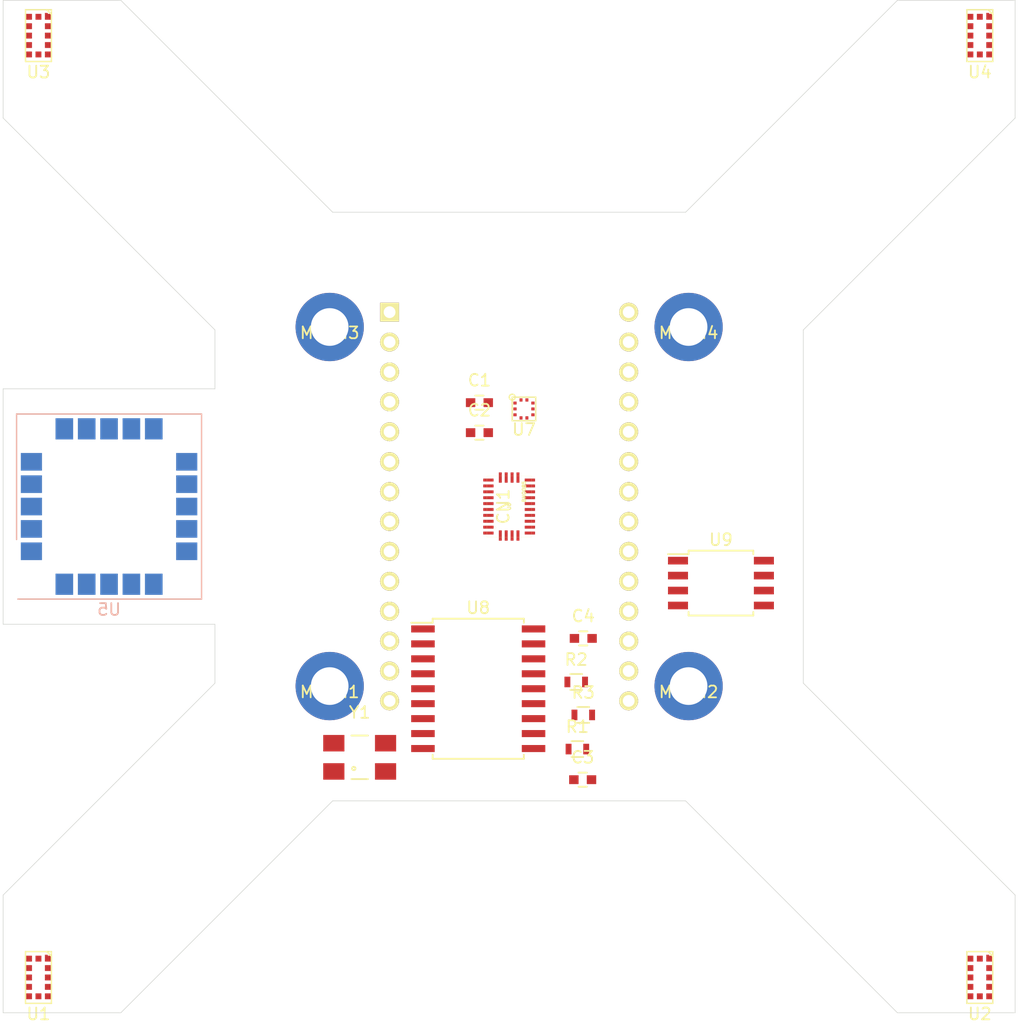
<source format=kicad_pcb>
(kicad_pcb (version 20171130) (host pcbnew 5.1.6-c6e7f7d~86~ubuntu18.04.1)

  (general
    (thickness 1.6)
    (drawings 24)
    (tracks 0)
    (zones 0)
    (modules 22)
    (nets 18)
  )

  (page A4)
  (title_block
    (title VidorCameraAdapter)
    (date 2020-02-05)
    (rev 0.1)
    (company 107-systems)
  )

  (layers
    (0 F.Cu signal)
    (31 B.Cu signal)
    (32 B.Adhes user)
    (33 F.Adhes user)
    (34 B.Paste user)
    (35 F.Paste user)
    (36 B.SilkS user)
    (37 F.SilkS user)
    (38 B.Mask user)
    (39 F.Mask user)
    (40 Dwgs.User user)
    (41 Cmts.User user)
    (42 Eco1.User user)
    (43 Eco2.User user)
    (44 Edge.Cuts user)
    (45 Margin user)
    (46 B.CrtYd user)
    (47 F.CrtYd user)
    (48 B.Fab user)
    (49 F.Fab user)
  )

  (setup
    (last_trace_width 0.2)
    (user_trace_width 0.5)
    (user_trace_width 1)
    (trace_clearance 0.2)
    (zone_clearance 0.508)
    (zone_45_only no)
    (trace_min 0.2)
    (via_size 0.8)
    (via_drill 0.4)
    (via_min_size 0.4)
    (via_min_drill 0.3)
    (uvia_size 0.3)
    (uvia_drill 0.1)
    (uvias_allowed no)
    (uvia_min_size 0.2)
    (uvia_min_drill 0.1)
    (edge_width 0.05)
    (segment_width 0.2)
    (pcb_text_width 0.3)
    (pcb_text_size 1.5 1.5)
    (mod_edge_width 0.12)
    (mod_text_size 1 1)
    (mod_text_width 0.15)
    (pad_size 1.524 1.524)
    (pad_drill 0.762)
    (pad_to_mask_clearance 0.051)
    (solder_mask_min_width 0.25)
    (aux_axis_origin 0 0)
    (grid_origin 128 87)
    (visible_elements FFFDFF7F)
    (pcbplotparams
      (layerselection 0x010fc_ffffffff)
      (usegerberextensions false)
      (usegerberattributes false)
      (usegerberadvancedattributes false)
      (creategerberjobfile false)
      (excludeedgelayer true)
      (linewidth 0.100000)
      (plotframeref false)
      (viasonmask false)
      (mode 1)
      (useauxorigin false)
      (hpglpennumber 1)
      (hpglpenspeed 20)
      (hpglpendiameter 15.000000)
      (psnegative false)
      (psa4output false)
      (plotreference true)
      (plotvalue true)
      (plotinvisibletext false)
      (padsonsilk false)
      (subtractmaskfromsilk false)
      (outputformat 1)
      (mirror false)
      (drillshape 1)
      (scaleselection 1)
      (outputdirectory ""))
  )

  (net 0 "")
  (net 1 +3V3)
  (net 2 GND)
  (net 3 I2C_SDA)
  (net 4 I2C_SCL)
  (net 5 "/ToF sensors/XSHUT")
  (net 6 SER_RX)
  (net 7 SER_TX)
  (net 8 MCP2515_CS)
  (net 9 MCP2515_INT)
  (net 10 MOSI)
  (net 11 SCK)
  (net 12 MISO)
  (net 13 "Net-(R3-Pad2)")
  (net 14 /MCP2515/TXCAN)
  (net 15 /MCP2515/RXCAN)
  (net 16 "Net-(U8-Pad7)")
  (net 17 "Net-(U8-Pad8)")

  (net_class Default "This is the default net class."
    (clearance 0.2)
    (trace_width 0.2)
    (via_dia 0.8)
    (via_drill 0.4)
    (uvia_dia 0.3)
    (uvia_drill 0.1)
    (add_net +3V3)
    (add_net /MCP2515/RXCAN)
    (add_net /MCP2515/TXCAN)
    (add_net "/ToF sensors/XSHUT")
    (add_net GND)
    (add_net I2C_SCL)
    (add_net I2C_SDA)
    (add_net MCP2515_CS)
    (add_net MCP2515_INT)
    (add_net MISO)
    (add_net MOSI)
    (add_net "Net-(R3-Pad2)")
    (add_net "Net-(U8-Pad7)")
    (add_net "Net-(U8-Pad8)")
    (add_net SCK)
    (add_net SER_RX)
    (add_net SER_TX)
  )

  (module LGA:LGA-28-5832 (layer F.Cu) (tedit 54FDFE1B) (tstamp 5E859C88)
    (at 128 87 90)
    (path /5E85D0D5/5E85E05C)
    (fp_text reference U6 (at 0 0 90) (layer F.SilkS)
      (effects (font (size 0.3 0.3) (thickness 0.075)))
    )
    (fp_text value BNO085 (at 1.27 1.27 90) (layer F.SilkS)
      (effects (font (size 0.3 0.3) (thickness 0.075)))
    )
    (fp_circle (center -1.8 -1.2) (end -1.8 -1.1) (layer F.SilkS) (width 0.01))
    (fp_line (start -2.6 -1.9) (end 2.6 -1.9) (layer F.SilkS) (width 0.01))
    (fp_line (start 2.6 -1.9) (end 2.6 1.9) (layer F.SilkS) (width 0.01))
    (fp_line (start 2.6 1.9) (end -2.6 1.9) (layer F.SilkS) (width 0.01))
    (fp_line (start -2.6 1.9) (end -2.6 -1.9) (layer F.SilkS) (width 0.01))
    (pad 28 smd rect (at -1.75 -1.7625 90) (size 0.25 0.875) (layers F.Cu F.Paste F.Mask)
      (net 1 +3V3))
    (pad 27 smd rect (at -1.25 -1.7625 90) (size 0.25 0.875) (layers F.Cu F.Paste F.Mask))
    (pad 26 smd rect (at -0.75 -1.7625 90) (size 0.25 0.875) (layers F.Cu F.Paste F.Mask))
    (pad 25 smd rect (at -0.25 -1.7625 90) (size 0.25 0.875) (layers F.Cu F.Paste F.Mask)
      (net 2 GND))
    (pad 24 smd rect (at 0.25 -1.7625 90) (size 0.25 0.875) (layers F.Cu F.Paste F.Mask))
    (pad 23 smd rect (at 0.75 -1.7625 90) (size 0.25 0.875) (layers F.Cu F.Paste F.Mask))
    (pad 22 smd rect (at 1.25 -1.7625 90) (size 0.25 0.875) (layers F.Cu F.Paste F.Mask))
    (pad 21 smd rect (at 1.75 -1.7625 90) (size 0.25 0.875) (layers F.Cu F.Paste F.Mask))
    (pad 20 smd rect (at 2.25 -1.7625 90) (size 0.25 0.875) (layers F.Cu F.Paste F.Mask))
    (pad 19 smd rect (at 2.4625 -0.75 90) (size 0.875 0.25) (layers F.Cu F.Paste F.Mask))
    (pad 18 smd rect (at 2.4625 -0.25 90) (size 0.875 0.25) (layers F.Cu F.Paste F.Mask))
    (pad 17 smd rect (at 2.4625 0.25 90) (size 0.875 0.25) (layers F.Cu F.Paste F.Mask))
    (pad 16 smd rect (at 2.4625 0.75 90) (size 0.875 0.25) (layers F.Cu F.Paste F.Mask)
      (net 3 I2C_SDA))
    (pad 15 smd rect (at 2.25 1.7625 90) (size 0.25 0.875) (layers F.Cu F.Paste F.Mask)
      (net 4 I2C_SCL))
    (pad 14 smd rect (at 1.75 1.7625 90) (size 0.25 0.875) (layers F.Cu F.Paste F.Mask))
    (pad 13 smd rect (at 1.25 1.7625 90) (size 0.25 0.875) (layers F.Cu F.Paste F.Mask))
    (pad 12 smd rect (at 0.75 1.7625 90) (size 0.25 0.875) (layers F.Cu F.Paste F.Mask))
    (pad 11 smd rect (at 0.25 1.7625 90) (size 0.25 0.875) (layers F.Cu F.Paste F.Mask))
    (pad 10 smd rect (at -0.25 1.7625 90) (size 0.25 0.875) (layers F.Cu F.Paste F.Mask))
    (pad 9 smd rect (at -0.75 1.7625 90) (size 0.25 0.875) (layers F.Cu F.Paste F.Mask))
    (pad 8 smd rect (at -1.25 1.7625 90) (size 0.25 0.875) (layers F.Cu F.Paste F.Mask))
    (pad 7 smd rect (at -1.75 1.7625 90) (size 0.25 0.875) (layers F.Cu F.Paste F.Mask))
    (pad 6 smd rect (at -2.25 1.7625 90) (size 0.25 0.875) (layers F.Cu F.Paste F.Mask))
    (pad 5 smd rect (at -2.4625 0.75 90) (size 0.875 0.25) (layers F.Cu F.Paste F.Mask))
    (pad 4 smd rect (at -2.4625 0.25 90) (size 0.875 0.25) (layers F.Cu F.Paste F.Mask))
    (pad 3 smd rect (at -2.4625 -0.25 90) (size 0.875 0.25) (layers F.Cu F.Paste F.Mask)
      (net 1 +3V3))
    (pad 2 smd rect (at -2.4625 -0.75 90) (size 0.875 0.25) (layers F.Cu F.Paste F.Mask)
      (net 2 GND))
    (pad 1 smd rect (at -2.25 -1.7625 90) (size 0.25 0.875) (layers F.Cu F.Paste F.Mask))
  )

  (module MECH_mounting_holes:MHP_3.2_5.8 (layer F.Cu) (tedit 5E383AC6) (tstamp 5E8595F3)
    (at 112.75 102.25)
    (descr "Mounting hole plated, 3.2mm drill, 5.8mm diameter")
    (tags "Mounting hole plated, 3.2mm drill, 5.8mm diameter")
    (path /5E401602)
    (fp_text reference MECH1 (at 0 0.5) (layer F.SilkS)
      (effects (font (size 1 1) (thickness 0.15)))
    )
    (fp_text value MHP_3.2_5.8 (at 0 -0.5) (layer F.Fab)
      (effects (font (size 1 1) (thickness 0.15)))
    )
    (pad 1 thru_hole circle (at 0 0) (size 5.8 5.8) (drill 3.2) (layers *.Cu *.Mask))
  )

  (module MECH_mounting_holes:MHP_3.2_5.8 (layer F.Cu) (tedit 5E383AC6) (tstamp 5E8595F8)
    (at 143.25 102.25)
    (descr "Mounting hole plated, 3.2mm drill, 5.8mm diameter")
    (tags "Mounting hole plated, 3.2mm drill, 5.8mm diameter")
    (path /5E401D77)
    (fp_text reference MECH2 (at 0 0.5) (layer F.SilkS)
      (effects (font (size 1 1) (thickness 0.15)))
    )
    (fp_text value MHP_3.2_5.8 (at 0 -0.5) (layer F.Fab)
      (effects (font (size 1 1) (thickness 0.15)))
    )
    (pad 1 thru_hole circle (at 0 0) (size 5.8 5.8) (drill 3.2) (layers *.Cu *.Mask))
  )

  (module MECH_mounting_holes:MHP_3.2_5.8 (layer F.Cu) (tedit 5E383AC6) (tstamp 5E8595FD)
    (at 112.75 71.75)
    (descr "Mounting hole plated, 3.2mm drill, 5.8mm diameter")
    (tags "Mounting hole plated, 3.2mm drill, 5.8mm diameter")
    (path /5E402150)
    (fp_text reference MECH3 (at 0 0.5) (layer F.SilkS)
      (effects (font (size 1 1) (thickness 0.15)))
    )
    (fp_text value MHP_3.2_5.8 (at 0 -0.5) (layer F.Fab)
      (effects (font (size 1 1) (thickness 0.15)))
    )
    (pad 1 thru_hole circle (at 0 0) (size 5.8 5.8) (drill 3.2) (layers *.Cu *.Mask))
  )

  (module MECH_mounting_holes:MHP_3.2_5.8 (layer F.Cu) (tedit 5E383AC6) (tstamp 5E859770)
    (at 143.25 71.75)
    (descr "Mounting hole plated, 3.2mm drill, 5.8mm diameter")
    (tags "Mounting hole plated, 3.2mm drill, 5.8mm diameter")
    (path /5E86FE97)
    (fp_text reference MECH4 (at 0 0.5) (layer F.SilkS)
      (effects (font (size 1 1) (thickness 0.15)))
    )
    (fp_text value MHP_3.2_5.8 (at 0 -0.5) (layer F.Fab)
      (effects (font (size 1 1) (thickness 0.15)))
    )
    (pad 1 thru_hole circle (at 0 0) (size 5.8 5.8) (drill 3.2) (layers *.Cu *.Mask))
  )

  (module IC_sensor:VL53L0X (layer F.Cu) (tedit 5E321F88) (tstamp 5E859618)
    (at 88 127)
    (descr "Time-of-Flight (ToF) ranging sensor ")
    (tags "Time-of-Flight (ToF) ranging sensor ")
    (path /5E8741B1/5E875030)
    (fp_text reference U1 (at 0 3.1) (layer F.SilkS)
      (effects (font (size 1 1) (thickness 0.15)))
    )
    (fp_text value VL53L0X (at 0 -0.5) (layer F.Fab)
      (effects (font (size 1 1) (thickness 0.15)))
    )
    (fp_line (start -1.1 -2.2) (end 1.1 -2.2) (layer F.SilkS) (width 0.12))
    (fp_line (start 1.1 -2.2) (end 1.1 2.2) (layer F.SilkS) (width 0.12))
    (fp_line (start 1.1 2.2) (end -1.1 2.2) (layer F.SilkS) (width 0.12))
    (fp_line (start -1.1 2.2) (end -1.1 -2.2) (layer F.SilkS) (width 0.12))
    (fp_line (start 1.1 -1.8) (end 0.7 -2.2) (layer F.SilkS) (width 0.12))
    (pad 1 smd rect (at 0.67 -1.89) (size 0.25 0.08) (layers F.Cu F.Paste F.Mask)
      (net 1 +3V3))
    (pad 12 smd rect (at 0 -1.6) (size 0.5 0.5) (layers F.Cu F.Paste F.Mask)
      (net 2 GND))
    (pad 11 smd rect (at -0.8 -1.6) (size 0.5 0.5) (layers F.Cu F.Paste F.Mask)
      (net 1 +3V3))
    (pad 10 smd rect (at -0.8 -0.8) (size 0.5 0.5) (layers F.Cu F.Paste F.Mask)
      (net 4 I2C_SCL))
    (pad 9 smd rect (at -0.8 0) (size 0.5 0.5) (layers F.Cu F.Paste F.Mask)
      (net 3 I2C_SDA))
    (pad 8 smd rect (at -0.8 0.8) (size 0.5 0.5) (layers F.Cu F.Paste F.Mask))
    (pad 7 smd rect (at -0.8 1.6) (size 0.5 0.5) (layers F.Cu F.Paste F.Mask))
    (pad 6 smd rect (at 0 1.6) (size 0.5 0.5) (layers F.Cu F.Paste F.Mask)
      (net 2 GND))
    (pad 5 smd rect (at 0.8 1.6) (size 0.5 0.5) (layers F.Cu F.Paste F.Mask)
      (net 5 "/ToF sensors/XSHUT"))
    (pad 4 smd rect (at 0.8 0.8) (size 0.5 0.5) (layers F.Cu F.Paste F.Mask)
      (net 2 GND))
    (pad 3 smd rect (at 0.8 0) (size 0.5 0.5) (layers F.Cu F.Paste F.Mask)
      (net 2 GND))
    (pad 2 smd rect (at 0.8 -0.8) (size 0.5 0.5) (layers F.Cu F.Paste F.Mask)
      (net 2 GND))
    (pad 1 smd rect (at 0.8 -1.6) (size 0.5 0.5) (layers F.Cu F.Paste F.Mask)
      (net 1 +3V3))
    (model ${KISYS3DMOD}/IC_sensor/VL53L0X.step
      (offset (xyz 0 0 0.37))
      (scale (xyz 1 1 1))
      (rotate (xyz 0 0 -90))
    )
  )

  (module IC_sensor:VL53L0X (layer F.Cu) (tedit 5E321F88) (tstamp 5E85962E)
    (at 168 127)
    (descr "Time-of-Flight (ToF) ranging sensor ")
    (tags "Time-of-Flight (ToF) ranging sensor ")
    (path /5E8741B1/5E877D9C)
    (fp_text reference U2 (at 0 3.1) (layer F.SilkS)
      (effects (font (size 1 1) (thickness 0.15)))
    )
    (fp_text value VL53L0X (at 0 -0.5) (layer F.Fab)
      (effects (font (size 1 1) (thickness 0.15)))
    )
    (fp_line (start -1.1 -2.2) (end 1.1 -2.2) (layer F.SilkS) (width 0.12))
    (fp_line (start 1.1 -2.2) (end 1.1 2.2) (layer F.SilkS) (width 0.12))
    (fp_line (start 1.1 2.2) (end -1.1 2.2) (layer F.SilkS) (width 0.12))
    (fp_line (start -1.1 2.2) (end -1.1 -2.2) (layer F.SilkS) (width 0.12))
    (fp_line (start 1.1 -1.8) (end 0.7 -2.2) (layer F.SilkS) (width 0.12))
    (pad 1 smd rect (at 0.67 -1.89) (size 0.25 0.08) (layers F.Cu F.Paste F.Mask)
      (net 1 +3V3))
    (pad 12 smd rect (at 0 -1.6) (size 0.5 0.5) (layers F.Cu F.Paste F.Mask)
      (net 2 GND))
    (pad 11 smd rect (at -0.8 -1.6) (size 0.5 0.5) (layers F.Cu F.Paste F.Mask)
      (net 1 +3V3))
    (pad 10 smd rect (at -0.8 -0.8) (size 0.5 0.5) (layers F.Cu F.Paste F.Mask)
      (net 4 I2C_SCL))
    (pad 9 smd rect (at -0.8 0) (size 0.5 0.5) (layers F.Cu F.Paste F.Mask)
      (net 3 I2C_SDA))
    (pad 8 smd rect (at -0.8 0.8) (size 0.5 0.5) (layers F.Cu F.Paste F.Mask))
    (pad 7 smd rect (at -0.8 1.6) (size 0.5 0.5) (layers F.Cu F.Paste F.Mask))
    (pad 6 smd rect (at 0 1.6) (size 0.5 0.5) (layers F.Cu F.Paste F.Mask)
      (net 2 GND))
    (pad 5 smd rect (at 0.8 1.6) (size 0.5 0.5) (layers F.Cu F.Paste F.Mask)
      (net 5 "/ToF sensors/XSHUT"))
    (pad 4 smd rect (at 0.8 0.8) (size 0.5 0.5) (layers F.Cu F.Paste F.Mask)
      (net 2 GND))
    (pad 3 smd rect (at 0.8 0) (size 0.5 0.5) (layers F.Cu F.Paste F.Mask)
      (net 2 GND))
    (pad 2 smd rect (at 0.8 -0.8) (size 0.5 0.5) (layers F.Cu F.Paste F.Mask)
      (net 2 GND))
    (pad 1 smd rect (at 0.8 -1.6) (size 0.5 0.5) (layers F.Cu F.Paste F.Mask)
      (net 1 +3V3))
    (model ${KISYS3DMOD}/IC_sensor/VL53L0X.step
      (offset (xyz 0 0 0.37))
      (scale (xyz 1 1 1))
      (rotate (xyz 0 0 -90))
    )
  )

  (module IC_sensor:VL53L0X (layer F.Cu) (tedit 5E321F88) (tstamp 5E859644)
    (at 88 47)
    (descr "Time-of-Flight (ToF) ranging sensor ")
    (tags "Time-of-Flight (ToF) ranging sensor ")
    (path /5E8741B1/5E87B581)
    (fp_text reference U3 (at 0 3.1) (layer F.SilkS)
      (effects (font (size 1 1) (thickness 0.15)))
    )
    (fp_text value VL53L0X (at 0 -0.5) (layer F.Fab)
      (effects (font (size 1 1) (thickness 0.15)))
    )
    (fp_line (start -1.1 -2.2) (end 1.1 -2.2) (layer F.SilkS) (width 0.12))
    (fp_line (start 1.1 -2.2) (end 1.1 2.2) (layer F.SilkS) (width 0.12))
    (fp_line (start 1.1 2.2) (end -1.1 2.2) (layer F.SilkS) (width 0.12))
    (fp_line (start -1.1 2.2) (end -1.1 -2.2) (layer F.SilkS) (width 0.12))
    (fp_line (start 1.1 -1.8) (end 0.7 -2.2) (layer F.SilkS) (width 0.12))
    (pad 1 smd rect (at 0.67 -1.89) (size 0.25 0.08) (layers F.Cu F.Paste F.Mask)
      (net 1 +3V3))
    (pad 12 smd rect (at 0 -1.6) (size 0.5 0.5) (layers F.Cu F.Paste F.Mask)
      (net 2 GND))
    (pad 11 smd rect (at -0.8 -1.6) (size 0.5 0.5) (layers F.Cu F.Paste F.Mask)
      (net 1 +3V3))
    (pad 10 smd rect (at -0.8 -0.8) (size 0.5 0.5) (layers F.Cu F.Paste F.Mask)
      (net 4 I2C_SCL))
    (pad 9 smd rect (at -0.8 0) (size 0.5 0.5) (layers F.Cu F.Paste F.Mask)
      (net 3 I2C_SDA))
    (pad 8 smd rect (at -0.8 0.8) (size 0.5 0.5) (layers F.Cu F.Paste F.Mask))
    (pad 7 smd rect (at -0.8 1.6) (size 0.5 0.5) (layers F.Cu F.Paste F.Mask))
    (pad 6 smd rect (at 0 1.6) (size 0.5 0.5) (layers F.Cu F.Paste F.Mask)
      (net 2 GND))
    (pad 5 smd rect (at 0.8 1.6) (size 0.5 0.5) (layers F.Cu F.Paste F.Mask)
      (net 5 "/ToF sensors/XSHUT"))
    (pad 4 smd rect (at 0.8 0.8) (size 0.5 0.5) (layers F.Cu F.Paste F.Mask)
      (net 2 GND))
    (pad 3 smd rect (at 0.8 0) (size 0.5 0.5) (layers F.Cu F.Paste F.Mask)
      (net 2 GND))
    (pad 2 smd rect (at 0.8 -0.8) (size 0.5 0.5) (layers F.Cu F.Paste F.Mask)
      (net 2 GND))
    (pad 1 smd rect (at 0.8 -1.6) (size 0.5 0.5) (layers F.Cu F.Paste F.Mask)
      (net 1 +3V3))
    (model ${KISYS3DMOD}/IC_sensor/VL53L0X.step
      (offset (xyz 0 0 0.37))
      (scale (xyz 1 1 1))
      (rotate (xyz 0 0 -90))
    )
  )

  (module IC_sensor:VL53L0X (layer F.Cu) (tedit 5E321F88) (tstamp 5E85965A)
    (at 168 47)
    (descr "Time-of-Flight (ToF) ranging sensor ")
    (tags "Time-of-Flight (ToF) ranging sensor ")
    (path /5E8741B1/5E87B5BA)
    (fp_text reference U4 (at 0 3.1) (layer F.SilkS)
      (effects (font (size 1 1) (thickness 0.15)))
    )
    (fp_text value VL53L0X (at 0 -0.5) (layer F.Fab)
      (effects (font (size 1 1) (thickness 0.15)))
    )
    (fp_line (start -1.1 -2.2) (end 1.1 -2.2) (layer F.SilkS) (width 0.12))
    (fp_line (start 1.1 -2.2) (end 1.1 2.2) (layer F.SilkS) (width 0.12))
    (fp_line (start 1.1 2.2) (end -1.1 2.2) (layer F.SilkS) (width 0.12))
    (fp_line (start -1.1 2.2) (end -1.1 -2.2) (layer F.SilkS) (width 0.12))
    (fp_line (start 1.1 -1.8) (end 0.7 -2.2) (layer F.SilkS) (width 0.12))
    (pad 1 smd rect (at 0.67 -1.89) (size 0.25 0.08) (layers F.Cu F.Paste F.Mask)
      (net 1 +3V3))
    (pad 12 smd rect (at 0 -1.6) (size 0.5 0.5) (layers F.Cu F.Paste F.Mask)
      (net 2 GND))
    (pad 11 smd rect (at -0.8 -1.6) (size 0.5 0.5) (layers F.Cu F.Paste F.Mask)
      (net 1 +3V3))
    (pad 10 smd rect (at -0.8 -0.8) (size 0.5 0.5) (layers F.Cu F.Paste F.Mask)
      (net 4 I2C_SCL))
    (pad 9 smd rect (at -0.8 0) (size 0.5 0.5) (layers F.Cu F.Paste F.Mask)
      (net 3 I2C_SDA))
    (pad 8 smd rect (at -0.8 0.8) (size 0.5 0.5) (layers F.Cu F.Paste F.Mask))
    (pad 7 smd rect (at -0.8 1.6) (size 0.5 0.5) (layers F.Cu F.Paste F.Mask))
    (pad 6 smd rect (at 0 1.6) (size 0.5 0.5) (layers F.Cu F.Paste F.Mask)
      (net 2 GND))
    (pad 5 smd rect (at 0.8 1.6) (size 0.5 0.5) (layers F.Cu F.Paste F.Mask)
      (net 5 "/ToF sensors/XSHUT"))
    (pad 4 smd rect (at 0.8 0.8) (size 0.5 0.5) (layers F.Cu F.Paste F.Mask)
      (net 2 GND))
    (pad 3 smd rect (at 0.8 0) (size 0.5 0.5) (layers F.Cu F.Paste F.Mask)
      (net 2 GND))
    (pad 2 smd rect (at 0.8 -0.8) (size 0.5 0.5) (layers F.Cu F.Paste F.Mask)
      (net 2 GND))
    (pad 1 smd rect (at 0.8 -1.6) (size 0.5 0.5) (layers F.Cu F.Paste F.Mask)
      (net 1 +3V3))
    (model ${KISYS3DMOD}/IC_sensor/VL53L0X.step
      (offset (xyz 0 0 0.37))
      (scale (xyz 1 1 1))
      (rotate (xyz 0 0 -90))
    )
  )

  (module RF_GPS:ublox_SAM-M8Q (layer B.Cu) (tedit 5E859E79) (tstamp 5E859F01)
    (at 94 87)
    (descr "GPS Module, 15.5x15.5x6.3mm, https://www.u-blox.com/sites/default/files/SAM-M8Q_HardwareIntegrationManual_%28UBX-16018358%29.pdf")
    (tags "ublox SAM-M8Q")
    (path /5E8741E7/5E859CAB)
    (solder_mask_margin 0.000001)
    (attr smd)
    (fp_text reference U5 (at 0 8.75) (layer B.SilkS)
      (effects (font (size 1 1) (thickness 0.15)) (justify mirror))
    )
    (fp_text value ublox_SAM-M8Q (at 0 -8.75) (layer B.Fab)
      (effects (font (size 1 1) (thickness 0.15)) (justify mirror))
    )
    (fp_line (start -7.86 2.8) (end -7.86 -7.86) (layer B.SilkS) (width 0.12))
    (fp_line (start -7.86 -7.86) (end 7.86 -7.86) (layer B.SilkS) (width 0.12))
    (fp_line (start 7.86 7.86) (end 7.86 -7.86) (layer B.SilkS) (width 0.12))
    (fp_line (start -7.75 7.86) (end 7.86 7.86) (layer B.SilkS) (width 0.12))
    (fp_line (start 8 8) (end -8 8) (layer B.CrtYd) (width 0.05))
    (fp_line (start 8 -8) (end 8 8) (layer B.CrtYd) (width 0.05))
    (fp_line (start -8 -8) (end 8 -8) (layer B.CrtYd) (width 0.05))
    (fp_line (start -8 8) (end -8 -8) (layer B.CrtYd) (width 0.05))
    (fp_line (start 4.5 5.5) (end -4.5 5.5) (layer B.Fab) (width 0.1))
    (fp_line (start 5.5 -4.5) (end 5.5 4.5) (layer B.Fab) (width 0.1))
    (fp_line (start -4.5 -5.5) (end 4.5 -5.5) (layer B.Fab) (width 0.1))
    (fp_line (start -5.5 4.5) (end -5.5 -4.5) (layer B.Fab) (width 0.1))
    (fp_line (start -7.75 -7.75) (end 7.75 -7.75) (layer B.Fab) (width 0.1))
    (fp_line (start -7.75 7.75) (end -7.75 -7.75) (layer B.Fab) (width 0.1))
    (fp_line (start 7.75 7.75) (end -7.75 7.75) (layer B.Fab) (width 0.1))
    (fp_line (start 7.75 -7.75) (end 7.75 7.75) (layer B.Fab) (width 0.1))
    (fp_line (start -6 3.8) (end -7.75 3.1) (layer B.Fab) (width 0.1))
    (fp_line (start -6 3.8) (end -7.75 4.5) (layer B.Fab) (width 0.1))
    (fp_arc (start -4.5 -4.5) (end -4.5 -5.5) (angle -90) (layer B.Fab) (width 0.1))
    (fp_arc (start 4.5 -4.5) (end 5.5 -4.5) (angle -90) (layer B.Fab) (width 0.1))
    (fp_arc (start 4.5 4.5) (end 4.5 5.5) (angle -90) (layer B.Fab) (width 0.1))
    (fp_arc (start -4.5 4.5) (end -5.5 4.5) (angle -90) (layer B.Fab) (width 0.1))
    (fp_text user %R (at 0 0) (layer B.Fab)
      (effects (font (size 1 1) (thickness 0.15)) (justify mirror))
    )
    (pad 20 smd rect (at -3.8 6.6) (size 1.5 1.8) (layers B.Cu B.Mask)
      (net 2 GND))
    (pad 19 smd rect (at -1.9 6.6) (size 1.5 1.8) (layers B.Cu B.Mask))
    (pad 18 smd rect (at 0 6.6) (size 1.5 1.8) (layers B.Cu B.Mask))
    (pad 17 smd rect (at 1.9 6.6) (size 1.5 1.8) (layers B.Cu B.Mask)
      (net 1 +3V3))
    (pad 16 smd rect (at 3.8 6.6) (size 1.5 1.8) (layers B.Cu B.Mask)
      (net 2 GND))
    (pad 15 smd rect (at 6.6 3.8) (size 1.8 1.5) (layers B.Cu B.Mask)
      (net 2 GND))
    (pad 14 smd rect (at 6.6 1.9) (size 1.8 1.5) (layers B.Cu B.Mask)
      (net 7 SER_TX))
    (pad 13 smd rect (at 6.6 0) (size 1.8 1.5) (layers B.Cu B.Mask)
      (net 6 SER_RX))
    (pad 12 smd rect (at 6.6 -1.9) (size 1.8 1.5) (layers B.Cu B.Mask))
    (pad 11 smd rect (at 6.6 -3.8) (size 1.8 1.5) (layers B.Cu B.Mask)
      (net 2 GND))
    (pad 10 smd rect (at 3.8 -6.6) (size 1.5 1.8) (layers B.Cu B.Mask)
      (net 2 GND))
    (pad 9 smd rect (at 1.9 -6.6) (size 1.5 1.8) (layers B.Cu B.Mask))
    (pad 8 smd rect (at 0 -6.6) (size 1.5 1.8) (layers B.Cu B.Mask))
    (pad 7 smd rect (at -1.9 -6.6) (size 1.5 1.8) (layers B.Cu B.Mask))
    (pad 6 smd rect (at -3.8 -6.6) (size 1.5 1.8) (layers B.Cu B.Mask)
      (net 2 GND))
    (pad 5 smd rect (at -6.6 -3.8) (size 1.8 1.5) (layers B.Cu B.Mask)
      (net 2 GND))
    (pad 4 smd rect (at -6.6 -1.9) (size 1.8 1.5) (layers B.Cu B.Mask)
      (net 2 GND))
    (pad 3 smd rect (at -6.6 0) (size 1.8 1.5) (layers B.Cu B.Mask))
    (pad 2 smd rect (at -6.6 1.9) (size 1.8 1.5) (layers B.Cu B.Mask)
      (net 1 +3V3))
    (pad 1 smd rect (at -6.6 3.8) (size 1.8 1.5) (layers B.Cu B.Mask)
      (net 2 GND))
    (pad "" smd rect (at -4.225 -6.1) (size 0.58 0.72) (layers B.Paste))
    (pad "" smd rect (at -3.375 -6.1) (size 0.58 0.72) (layers B.Paste))
    (pad "" smd rect (at -4.225 -7.1) (size 0.58 0.72) (layers B.Paste))
    (pad "" smd rect (at -3.375 -7.1) (size 0.58 0.72) (layers B.Paste))
    (pad "" smd rect (at -2.325 -6.1) (size 0.58 0.72) (layers B.Paste))
    (pad "" smd rect (at -1.475 -6.1) (size 0.58 0.72) (layers B.Paste))
    (pad "" smd rect (at -2.325 -7.1) (size 0.58 0.72) (layers B.Paste))
    (pad "" smd rect (at -1.475 -7.1) (size 0.58 0.72) (layers B.Paste))
    (pad "" smd rect (at -0.425 -6.1) (size 0.58 0.72) (layers B.Paste))
    (pad "" smd rect (at 0.425 -6.1) (size 0.58 0.72) (layers B.Paste))
    (pad "" smd rect (at -0.425 -7.1) (size 0.58 0.72) (layers B.Paste))
    (pad "" smd rect (at 0.425 -7.1) (size 0.58 0.72) (layers B.Paste))
    (pad "" smd rect (at 2.325 -6.1) (size 0.58 0.72) (layers B.Paste))
    (pad "" smd rect (at 1.475 -6.1) (size 0.58 0.72) (layers B.Paste))
    (pad "" smd rect (at 2.325 -7.1) (size 0.58 0.72) (layers B.Paste))
    (pad "" smd rect (at 1.475 -7.1) (size 0.58 0.72) (layers B.Paste))
    (pad "" smd rect (at 3.375 -6.1) (size 0.58 0.72) (layers B.Paste))
    (pad "" smd rect (at 4.225 -6.1) (size 0.58 0.72) (layers B.Paste))
    (pad "" smd rect (at 3.375 -7.1) (size 0.58 0.72) (layers B.Paste))
    (pad "" smd rect (at 4.225 -7.1) (size 0.58 0.72) (layers B.Paste))
    (pad "" smd rect (at -4.225 6.1) (size 0.58 0.72) (layers B.Paste))
    (pad "" smd rect (at -1.475 6.1) (size 0.58 0.72) (layers B.Paste))
    (pad "" smd rect (at -4.225 7.1) (size 0.58 0.72) (layers B.Paste))
    (pad "" smd rect (at -1.475 7.1) (size 0.58 0.72) (layers B.Paste))
    (pad "" smd rect (at -2.325 6.1) (size 0.58 0.72) (layers B.Paste))
    (pad "" smd rect (at -3.375 6.1) (size 0.58 0.72) (layers B.Paste))
    (pad "" smd rect (at -2.325 7.1) (size 0.58 0.72) (layers B.Paste))
    (pad "" smd rect (at -3.375 7.1) (size 0.58 0.72) (layers B.Paste))
    (pad "" smd rect (at -0.425 6.1) (size 0.58 0.72) (layers B.Paste))
    (pad "" smd rect (at 0.425 6.1) (size 0.58 0.72) (layers B.Paste))
    (pad "" smd rect (at -0.425 7.1) (size 0.58 0.72) (layers B.Paste))
    (pad "" smd rect (at 0.425 7.1) (size 0.58 0.72) (layers B.Paste))
    (pad "" smd rect (at 1.475 6.1) (size 0.58 0.72) (layers B.Paste))
    (pad "" smd rect (at 2.325 6.1) (size 0.58 0.72) (layers B.Paste))
    (pad "" smd rect (at 1.475 7.1) (size 0.58 0.72) (layers B.Paste))
    (pad "" smd rect (at 2.325 7.1) (size 0.58 0.72) (layers B.Paste))
    (pad "" smd rect (at 3.375 6.1) (size 0.58 0.72) (layers B.Paste))
    (pad "" smd rect (at 4.225 6.1) (size 0.58 0.72) (layers B.Paste))
    (pad "" smd rect (at 3.375 7.1) (size 0.58 0.72) (layers B.Paste))
    (pad "" smd rect (at 4.225 7.1) (size 0.58 0.72) (layers B.Paste))
    (pad "" smd rect (at -7.1 4.225) (size 0.72 0.58) (layers B.Paste))
    (pad "" smd rect (at -7.1 3.375) (size 0.72 0.58) (layers B.Paste))
    (pad "" smd rect (at -6.1 4.225) (size 0.72 0.58) (layers B.Paste))
    (pad "" smd rect (at -6.1 3.375) (size 0.72 0.58) (layers B.Paste))
    (pad "" smd rect (at -7.1 2.325) (size 0.72 0.58) (layers B.Paste))
    (pad "" smd rect (at -6.1 2.325) (size 0.72 0.58) (layers B.Paste))
    (pad "" smd rect (at -7.1 1.475) (size 0.72 0.58) (layers B.Paste))
    (pad "" smd rect (at -6.1 1.475) (size 0.72 0.58) (layers B.Paste))
    (pad "" smd rect (at -7.1 0.425) (size 0.72 0.58) (layers B.Paste))
    (pad "" smd rect (at -6.1 0.425) (size 0.72 0.58) (layers B.Paste))
    (pad "" smd rect (at -7.1 -0.425) (size 0.72 0.58) (layers B.Paste))
    (pad "" smd rect (at -6.1 -0.425) (size 0.72 0.58) (layers B.Paste))
    (pad "" smd rect (at -7.1 -1.475) (size 0.72 0.58) (layers B.Paste))
    (pad "" smd rect (at -6.1 -1.475) (size 0.72 0.58) (layers B.Paste))
    (pad "" smd rect (at -7.1 -2.325) (size 0.72 0.58) (layers B.Paste))
    (pad "" smd rect (at -6.1 -2.325) (size 0.72 0.58) (layers B.Paste))
    (pad "" smd rect (at -7.1 -3.375) (size 0.72 0.58) (layers B.Paste))
    (pad "" smd rect (at -6.1 -3.375) (size 0.72 0.58) (layers B.Paste))
    (pad "" smd rect (at -7.1 -4.225) (size 0.72 0.58) (layers B.Paste))
    (pad "" smd rect (at -6.1 -4.225) (size 0.72 0.58) (layers B.Paste))
    (pad "" smd rect (at 6.1 4.225) (size 0.72 0.58) (layers B.Paste))
    (pad "" smd rect (at 7.1 4.225) (size 0.72 0.58) (layers B.Paste))
    (pad "" smd rect (at 6.1 3.375) (size 0.72 0.58) (layers B.Paste))
    (pad "" smd rect (at 7.1 3.375) (size 0.72 0.58) (layers B.Paste))
    (pad "" smd rect (at 6.1 2.325) (size 0.72 0.58) (layers B.Paste))
    (pad "" smd rect (at 7.1 2.325) (size 0.72 0.58) (layers B.Paste))
    (pad "" smd rect (at 6.1 1.475) (size 0.72 0.58) (layers B.Paste))
    (pad "" smd rect (at 7.1 1.475) (size 0.72 0.58) (layers B.Paste))
    (pad "" smd rect (at 6.1 0.425) (size 0.72 0.58) (layers B.Paste))
    (pad "" smd rect (at 7.1 0.425) (size 0.72 0.58) (layers B.Paste))
    (pad "" smd rect (at 6.1 -0.425) (size 0.72 0.58) (layers B.Paste))
    (pad "" smd rect (at 7.1 -0.425) (size 0.72 0.58) (layers B.Paste))
    (pad "" smd rect (at 6.1 -1.475) (size 0.72 0.58) (layers B.Paste))
    (pad "" smd rect (at 7.1 -1.475) (size 0.72 0.58) (layers B.Paste))
    (pad "" smd rect (at 6.1 -2.325) (size 0.72 0.58) (layers B.Paste))
    (pad "" smd rect (at 7.1 -2.325) (size 0.72 0.58) (layers B.Paste))
    (pad "" smd rect (at 6.1 -3.375) (size 0.72 0.58) (layers B.Paste))
    (pad "" smd rect (at 7.1 -3.375) (size 0.72 0.58) (layers B.Paste))
    (pad "" smd rect (at 6.1 -4.225) (size 0.72 0.58) (layers B.Paste))
    (pad "" smd rect (at 7.1 -4.225) (size 0.72 0.58) (layers B.Paste))
    (model ${KISYS3DMOD}/RF_GPS/ublox_SAM_AP214.STEP
      (offset (xyz 3 12 1))
      (scale (xyz 1 1 1))
      (rotate (xyz -90 0 0))
    )
  )

  (module MODULE_compute:ARDUINO_MKR_BASEBOARD (layer F.Cu) (tedit 5EA35BB5) (tstamp 5EA373C6)
    (at 128 87 270)
    (path /5E8708C5)
    (fp_text reference CN1 (at 0 0.5 90) (layer F.SilkS)
      (effects (font (size 1 1) (thickness 0.15)))
    )
    (fp_text value ARDUINO_MKR (at 0 -0.5 90) (layer F.Fab)
      (effects (font (size 1 1) (thickness 0.15)))
    )
    (pad 1 thru_hole rect (at -16.51 10.16 270) (size 1.6 1.6) (drill 1) (layers *.Cu *.Mask F.SilkS))
    (pad 2 thru_hole circle (at -13.97 10.16 270) (size 1.6 1.6) (drill 1) (layers *.Cu *.Mask F.SilkS))
    (pad 3 thru_hole circle (at -11.43 10.16 270) (size 1.6 1.6) (drill 1) (layers *.Cu *.Mask F.SilkS))
    (pad 4 thru_hole circle (at -8.89 10.16 270) (size 1.6 1.6) (drill 1) (layers *.Cu *.Mask F.SilkS))
    (pad 5 thru_hole circle (at -6.35 10.16 270) (size 1.6 1.6) (drill 1) (layers *.Cu *.Mask F.SilkS))
    (pad 6 thru_hole circle (at -3.81 10.16 270) (size 1.6 1.6) (drill 1) (layers *.Cu *.Mask F.SilkS))
    (pad 7 thru_hole circle (at -1.27 10.16 270) (size 1.6 1.6) (drill 1) (layers *.Cu *.Mask F.SilkS))
    (pad 8 thru_hole circle (at 1.27 10.16 270) (size 1.6 1.6) (drill 1) (layers *.Cu *.Mask F.SilkS))
    (pad 9 thru_hole circle (at 3.81 10.16 270) (size 1.6 1.6) (drill 1) (layers *.Cu *.Mask F.SilkS))
    (pad 10 thru_hole circle (at 6.35 10.16 270) (size 1.6 1.6) (drill 1) (layers *.Cu *.Mask F.SilkS))
    (pad 11 thru_hole circle (at 8.89 10.16 270) (size 1.6 1.6) (drill 1) (layers *.Cu *.Mask F.SilkS))
    (pad 12 thru_hole circle (at 11.43 10.16 270) (size 1.6 1.6) (drill 1) (layers *.Cu *.Mask F.SilkS)
      (net 8 MCP2515_CS))
    (pad 13 thru_hole circle (at 13.97 10.16 270) (size 1.6 1.6) (drill 1) (layers *.Cu *.Mask F.SilkS))
    (pad 14 thru_hole circle (at 16.51 10.16 270) (size 1.6 1.6) (drill 1) (layers *.Cu *.Mask F.SilkS))
    (pad 15 thru_hole circle (at 16.51 -10.16 270) (size 1.6 1.6) (drill 1) (layers *.Cu *.Mask F.SilkS))
    (pad 16 thru_hole circle (at 13.97 -10.16 270) (size 1.6 1.6) (drill 1) (layers *.Cu *.Mask F.SilkS)
      (net 9 MCP2515_INT))
    (pad 17 thru_hole circle (at 11.43 -10.16 270) (size 1.6 1.6) (drill 1) (layers *.Cu *.Mask F.SilkS)
      (net 10 MOSI))
    (pad 18 thru_hole circle (at 8.89 -10.16 270) (size 1.6 1.6) (drill 1) (layers *.Cu *.Mask F.SilkS)
      (net 11 SCK))
    (pad 19 thru_hole circle (at 6.35 -10.16 270) (size 1.6 1.6) (drill 1) (layers *.Cu *.Mask F.SilkS)
      (net 12 MISO))
    (pad 20 thru_hole circle (at 3.81 -10.16 270) (size 1.6 1.6) (drill 1) (layers *.Cu *.Mask F.SilkS)
      (net 3 I2C_SDA))
    (pad 21 thru_hole circle (at 1.27 -10.16 270) (size 1.6 1.6) (drill 1) (layers *.Cu *.Mask F.SilkS)
      (net 4 I2C_SCL))
    (pad 22 thru_hole circle (at -1.27 -10.16 270) (size 1.6 1.6) (drill 1) (layers *.Cu *.Mask F.SilkS)
      (net 6 SER_RX))
    (pad 23 thru_hole circle (at -3.81 -10.16 270) (size 1.6 1.6) (drill 1) (layers *.Cu *.Mask F.SilkS)
      (net 7 SER_TX))
    (pad 24 thru_hole circle (at -6.35 -10.16 270) (size 1.6 1.6) (drill 1) (layers *.Cu *.Mask F.SilkS))
    (pad 25 thru_hole circle (at -8.89 -10.16 270) (size 1.6 1.6) (drill 1) (layers *.Cu *.Mask F.SilkS)
      (net 2 GND))
    (pad 26 thru_hole circle (at -11.43 -10.16 270) (size 1.6 1.6) (drill 1) (layers *.Cu *.Mask F.SilkS)
      (net 1 +3V3))
    (pad 27 thru_hole circle (at -13.97 -10.16 270) (size 1.6 1.6) (drill 1) (layers *.Cu *.Mask F.SilkS))
    (pad 28 thru_hole circle (at -16.51 -10.16 270) (size 1.6 1.6) (drill 1) (layers *.Cu *.Mask F.SilkS))
    (model ${KISYS3DMOD}/CON_wuerth/61301411821_Download_STP_61301411821_rev1.stp
      (offset (xyz 0 10.16 4.3))
      (scale (xyz 1 1 1))
      (rotate (xyz 0 0 0))
    )
    (model ${KISYS3DMOD}/CON_wuerth/61301411821_Download_STP_61301411821_rev1.stp
      (offset (xyz 0 -10.16 4.3))
      (scale (xyz 1 1 1))
      (rotate (xyz 0 0 0))
    )
  )

  (module capacitors:C_0603 (layer F.Cu) (tedit 5415D631) (tstamp 5ED832EF)
    (at 125.475001 78.175001)
    (descr "Capacitor SMD 0603, reflow soldering, AVX (see smccp.pdf)")
    (tags "capacitor 0603")
    (path /5E85D0D5/5ED83121)
    (attr smd)
    (fp_text reference C1 (at 0 -1.9) (layer F.SilkS)
      (effects (font (size 1 1) (thickness 0.15)))
    )
    (fp_text value 100nF (at 0 1.9) (layer F.Fab)
      (effects (font (size 1 1) (thickness 0.15)))
    )
    (fp_line (start 0.35 0.6) (end -0.35 0.6) (layer F.SilkS) (width 0.15))
    (fp_line (start -0.35 -0.6) (end 0.35 -0.6) (layer F.SilkS) (width 0.15))
    (fp_line (start 1.45 -0.75) (end 1.45 0.75) (layer F.CrtYd) (width 0.05))
    (fp_line (start -1.45 -0.75) (end -1.45 0.75) (layer F.CrtYd) (width 0.05))
    (fp_line (start -1.45 0.75) (end 1.45 0.75) (layer F.CrtYd) (width 0.05))
    (fp_line (start -1.45 -0.75) (end 1.45 -0.75) (layer F.CrtYd) (width 0.05))
    (pad 1 smd rect (at -0.75 0) (size 0.8 0.75) (layers F.Cu F.Paste F.Mask)
      (net 1 +3V3))
    (pad 2 smd rect (at 0.75 0) (size 0.8 0.75) (layers F.Cu F.Paste F.Mask)
      (net 2 GND))
    (model capacitors.3dshapes/C_0603.wrl
      (at (xyz 0 0 0))
      (scale (xyz 1 1 1))
      (rotate (xyz 0 0 0))
    )
  )

  (module capacitors:C_0603 (layer F.Cu) (tedit 5415D631) (tstamp 5ED832FB)
    (at 125.475001 80.725001)
    (descr "Capacitor SMD 0603, reflow soldering, AVX (see smccp.pdf)")
    (tags "capacitor 0603")
    (path /5E85D0D5/5ED83CAD)
    (attr smd)
    (fp_text reference C2 (at 0 -1.9) (layer F.SilkS)
      (effects (font (size 1 1) (thickness 0.15)))
    )
    (fp_text value 100nF (at 0 1.9) (layer F.Fab)
      (effects (font (size 1 1) (thickness 0.15)))
    )
    (fp_line (start -1.45 -0.75) (end 1.45 -0.75) (layer F.CrtYd) (width 0.05))
    (fp_line (start -1.45 0.75) (end 1.45 0.75) (layer F.CrtYd) (width 0.05))
    (fp_line (start -1.45 -0.75) (end -1.45 0.75) (layer F.CrtYd) (width 0.05))
    (fp_line (start 1.45 -0.75) (end 1.45 0.75) (layer F.CrtYd) (width 0.05))
    (fp_line (start -0.35 -0.6) (end 0.35 -0.6) (layer F.SilkS) (width 0.15))
    (fp_line (start 0.35 0.6) (end -0.35 0.6) (layer F.SilkS) (width 0.15))
    (pad 2 smd rect (at 0.75 0) (size 0.8 0.75) (layers F.Cu F.Paste F.Mask)
      (net 2 GND))
    (pad 1 smd rect (at -0.75 0) (size 0.8 0.75) (layers F.Cu F.Paste F.Mask)
      (net 1 +3V3))
    (model capacitors.3dshapes/C_0603.wrl
      (at (xyz 0 0 0))
      (scale (xyz 1 1 1))
      (rotate (xyz 0 0 0))
    )
  )

  (module IC_sensor:BMP388 (layer F.Cu) (tedit 5ED819AB) (tstamp 5ED8330E)
    (at 129.260001 78.710001)
    (descr "Bosch BMP388 digital pressure sensor")
    (tags "Bosch BMP388 digital pressure sensor")
    (path /5E85D0D5/5ED82558)
    (fp_text reference U7 (at 0 1.75) (layer F.SilkS)
      (effects (font (size 1 1) (thickness 0.15)))
    )
    (fp_text value BMP388 (at 0 -0.5) (layer F.Fab)
      (effects (font (size 1 1) (thickness 0.15)))
    )
    (fp_line (start -1 -1) (end -1 1) (layer F.SilkS) (width 0.12))
    (fp_line (start -1 1) (end 1 1) (layer F.SilkS) (width 0.12))
    (fp_line (start 1 1) (end 1 -1) (layer F.SilkS) (width 0.12))
    (fp_line (start 1 -1) (end -1 -1) (layer F.SilkS) (width 0.12))
    (fp_circle (center -1 -1) (end -1 -1.25) (layer F.SilkS) (width 0.12))
    (pad 1 smd rect (at 0.25 -0.7625 90) (size 0.275 0.25) (layers F.Cu F.Paste F.Mask)
      (net 1 +3V3))
    (pad 2 smd rect (at -0.25 -0.7625 90) (size 0.275 0.25) (layers F.Cu F.Paste F.Mask)
      (net 4 I2C_SCL))
    (pad 3 smd rect (at -0.7625 -0.5 180) (size 0.275 0.25) (layers F.Cu F.Paste F.Mask)
      (net 2 GND))
    (pad 4 smd rect (at -0.7625 0 180) (size 0.275 0.25) (layers F.Cu F.Paste F.Mask)
      (net 3 I2C_SDA))
    (pad 5 smd rect (at -0.7625 0.5 180) (size 0.275 0.25) (layers F.Cu F.Paste F.Mask)
      (net 2 GND))
    (pad 6 smd rect (at -0.25 0.7625 270) (size 0.275 0.25) (layers F.Cu F.Paste F.Mask)
      (net 1 +3V3))
    (pad 7 smd rect (at 0.25 0.7625 270) (size 0.275 0.25) (layers F.Cu F.Paste F.Mask))
    (pad 8 smd rect (at 0.7625 0.5) (size 0.275 0.25) (layers F.Cu F.Paste F.Mask)
      (net 2 GND))
    (pad 9 smd rect (at 0.7625 0) (size 0.275 0.25) (layers F.Cu F.Paste F.Mask)
      (net 2 GND))
    (pad 10 smd rect (at 0.7625 -0.5) (size 0.275 0.25) (layers F.Cu F.Paste F.Mask)
      (net 1 +3V3))
    (model ${KISYS3DMOD}/IC_sensor/BMA400.step
      (at (xyz 0 0 0))
      (scale (xyz 1 1 1))
      (rotate (xyz 0 0 0))
    )
  )

  (module capacitors:C_0603 (layer F.Cu) (tedit 5415D631) (tstamp 5ED8359A)
    (at 134.25 110.2)
    (descr "Capacitor SMD 0603, reflow soldering, AVX (see smccp.pdf)")
    (tags "capacitor 0603")
    (path /5ED92F9C/5ED94880)
    (attr smd)
    (fp_text reference C3 (at 0 -1.9) (layer F.SilkS)
      (effects (font (size 1 1) (thickness 0.15)))
    )
    (fp_text value 100nF (at 0 1.9) (layer F.Fab)
      (effects (font (size 1 1) (thickness 0.15)))
    )
    (fp_line (start -1.45 -0.75) (end 1.45 -0.75) (layer F.CrtYd) (width 0.05))
    (fp_line (start -1.45 0.75) (end 1.45 0.75) (layer F.CrtYd) (width 0.05))
    (fp_line (start -1.45 -0.75) (end -1.45 0.75) (layer F.CrtYd) (width 0.05))
    (fp_line (start 1.45 -0.75) (end 1.45 0.75) (layer F.CrtYd) (width 0.05))
    (fp_line (start -0.35 -0.6) (end 0.35 -0.6) (layer F.SilkS) (width 0.15))
    (fp_line (start 0.35 0.6) (end -0.35 0.6) (layer F.SilkS) (width 0.15))
    (pad 2 smd rect (at 0.75 0) (size 0.8 0.75) (layers F.Cu F.Paste F.Mask)
      (net 2 GND))
    (pad 1 smd rect (at -0.75 0) (size 0.8 0.75) (layers F.Cu F.Paste F.Mask)
      (net 1 +3V3))
    (model capacitors.3dshapes/C_0603.wrl
      (at (xyz 0 0 0))
      (scale (xyz 1 1 1))
      (rotate (xyz 0 0 0))
    )
  )

  (module capacitors:C_0603 (layer F.Cu) (tedit 5415D631) (tstamp 5ED835A6)
    (at 134.3 98.2)
    (descr "Capacitor SMD 0603, reflow soldering, AVX (see smccp.pdf)")
    (tags "capacitor 0603")
    (path /5ED92F9C/5EDAE4A3)
    (attr smd)
    (fp_text reference C4 (at 0 -1.9) (layer F.SilkS)
      (effects (font (size 1 1) (thickness 0.15)))
    )
    (fp_text value 100nF (at 0 1.9) (layer F.Fab)
      (effects (font (size 1 1) (thickness 0.15)))
    )
    (fp_line (start 0.35 0.6) (end -0.35 0.6) (layer F.SilkS) (width 0.15))
    (fp_line (start -0.35 -0.6) (end 0.35 -0.6) (layer F.SilkS) (width 0.15))
    (fp_line (start 1.45 -0.75) (end 1.45 0.75) (layer F.CrtYd) (width 0.05))
    (fp_line (start -1.45 -0.75) (end -1.45 0.75) (layer F.CrtYd) (width 0.05))
    (fp_line (start -1.45 0.75) (end 1.45 0.75) (layer F.CrtYd) (width 0.05))
    (fp_line (start -1.45 -0.75) (end 1.45 -0.75) (layer F.CrtYd) (width 0.05))
    (pad 1 smd rect (at -0.75 0) (size 0.8 0.75) (layers F.Cu F.Paste F.Mask)
      (net 1 +3V3))
    (pad 2 smd rect (at 0.75 0) (size 0.8 0.75) (layers F.Cu F.Paste F.Mask)
      (net 2 GND))
    (model capacitors.3dshapes/C_0603.wrl
      (at (xyz 0 0 0))
      (scale (xyz 1 1 1))
      (rotate (xyz 0 0 0))
    )
  )

  (module resistors:R_0603 (layer F.Cu) (tedit 5415CC62) (tstamp 5ED835B2)
    (at 133.8 107.6)
    (descr "Resistor SMD 0603, reflow soldering, Vishay (see dcrcw.pdf)")
    (tags "resistor 0603")
    (path /5ED92F9C/5EDA8FC5)
    (attr smd)
    (fp_text reference R1 (at 0 -1.9) (layer F.SilkS)
      (effects (font (size 1 1) (thickness 0.15)))
    )
    (fp_text value 10k (at 0 1.9) (layer F.Fab)
      (effects (font (size 1 1) (thickness 0.15)))
    )
    (fp_line (start -0.5 -0.675) (end 0.5 -0.675) (layer F.SilkS) (width 0.15))
    (fp_line (start 0.5 0.675) (end -0.5 0.675) (layer F.SilkS) (width 0.15))
    (fp_line (start 1.3 -0.8) (end 1.3 0.8) (layer F.CrtYd) (width 0.05))
    (fp_line (start -1.3 -0.8) (end -1.3 0.8) (layer F.CrtYd) (width 0.05))
    (fp_line (start -1.3 0.8) (end 1.3 0.8) (layer F.CrtYd) (width 0.05))
    (fp_line (start -1.3 -0.8) (end 1.3 -0.8) (layer F.CrtYd) (width 0.05))
    (pad 1 smd rect (at -0.75 0) (size 0.5 0.9) (layers F.Cu F.Paste F.Mask)
      (net 1 +3V3))
    (pad 2 smd rect (at 0.75 0) (size 0.5 0.9) (layers F.Cu F.Paste F.Mask)
      (net 9 MCP2515_INT))
    (model resistors.3dshapes/R_0603.wrl
      (at (xyz 0 0 0))
      (scale (xyz 1 1 1))
      (rotate (xyz 0 0 0))
    )
  )

  (module resistors:R_0603 (layer F.Cu) (tedit 5415CC62) (tstamp 5ED835BE)
    (at 133.7 101.9)
    (descr "Resistor SMD 0603, reflow soldering, Vishay (see dcrcw.pdf)")
    (tags "resistor 0603")
    (path /5ED92F9C/5ED995B6)
    (attr smd)
    (fp_text reference R2 (at 0 -1.9) (layer F.SilkS)
      (effects (font (size 1 1) (thickness 0.15)))
    )
    (fp_text value 10k (at 0 1.9) (layer F.Fab)
      (effects (font (size 1 1) (thickness 0.15)))
    )
    (fp_line (start -1.3 -0.8) (end 1.3 -0.8) (layer F.CrtYd) (width 0.05))
    (fp_line (start -1.3 0.8) (end 1.3 0.8) (layer F.CrtYd) (width 0.05))
    (fp_line (start -1.3 -0.8) (end -1.3 0.8) (layer F.CrtYd) (width 0.05))
    (fp_line (start 1.3 -0.8) (end 1.3 0.8) (layer F.CrtYd) (width 0.05))
    (fp_line (start 0.5 0.675) (end -0.5 0.675) (layer F.SilkS) (width 0.15))
    (fp_line (start -0.5 -0.675) (end 0.5 -0.675) (layer F.SilkS) (width 0.15))
    (pad 2 smd rect (at 0.75 0) (size 0.5 0.9) (layers F.Cu F.Paste F.Mask)
      (net 8 MCP2515_CS))
    (pad 1 smd rect (at -0.75 0) (size 0.5 0.9) (layers F.Cu F.Paste F.Mask)
      (net 1 +3V3))
    (model resistors.3dshapes/R_0603.wrl
      (at (xyz 0 0 0))
      (scale (xyz 1 1 1))
      (rotate (xyz 0 0 0))
    )
  )

  (module resistors:R_0603 (layer F.Cu) (tedit 5415CC62) (tstamp 5ED835CA)
    (at 134.3 104.7)
    (descr "Resistor SMD 0603, reflow soldering, Vishay (see dcrcw.pdf)")
    (tags "resistor 0603")
    (path /5ED92F9C/5ED984AE)
    (attr smd)
    (fp_text reference R3 (at 0 -1.9) (layer F.SilkS)
      (effects (font (size 1 1) (thickness 0.15)))
    )
    (fp_text value 10k (at 0 1.9) (layer F.Fab)
      (effects (font (size 1 1) (thickness 0.15)))
    )
    (fp_line (start -0.5 -0.675) (end 0.5 -0.675) (layer F.SilkS) (width 0.15))
    (fp_line (start 0.5 0.675) (end -0.5 0.675) (layer F.SilkS) (width 0.15))
    (fp_line (start 1.3 -0.8) (end 1.3 0.8) (layer F.CrtYd) (width 0.05))
    (fp_line (start -1.3 -0.8) (end -1.3 0.8) (layer F.CrtYd) (width 0.05))
    (fp_line (start -1.3 0.8) (end 1.3 0.8) (layer F.CrtYd) (width 0.05))
    (fp_line (start -1.3 -0.8) (end 1.3 -0.8) (layer F.CrtYd) (width 0.05))
    (pad 1 smd rect (at -0.75 0) (size 0.5 0.9) (layers F.Cu F.Paste F.Mask)
      (net 1 +3V3))
    (pad 2 smd rect (at 0.75 0) (size 0.5 0.9) (layers F.Cu F.Paste F.Mask)
      (net 13 "Net-(R3-Pad2)"))
    (model resistors.3dshapes/R_0603.wrl
      (at (xyz 0 0 0))
      (scale (xyz 1 1 1))
      (rotate (xyz 0 0 0))
    )
  )

  (module SOIC:SOIC-18_7.5x11.6mm_Pitch1.27mm (layer F.Cu) (tedit 54130A77) (tstamp 5ED835EB)
    (at 125.375001 102.475001)
    (descr "18-Lead Plastic Small Outline (SO) - Wide, 7.50 mm Body [SOIC] (see Microchip Packaging Specification 00000049BS.pdf)")
    (tags "SOIC 1.27")
    (path /5ED92F9C/5ED9419D)
    (attr smd)
    (fp_text reference U8 (at 0 -6.875) (layer F.SilkS)
      (effects (font (size 1 1) (thickness 0.15)))
    )
    (fp_text value MCP2515 (at 0 6.875) (layer F.Fab)
      (effects (font (size 1 1) (thickness 0.15)))
    )
    (fp_line (start -3.875 -5.605) (end -5.7 -5.605) (layer F.SilkS) (width 0.15))
    (fp_line (start -3.875 5.95) (end 3.875 5.95) (layer F.SilkS) (width 0.15))
    (fp_line (start -3.875 -5.95) (end 3.875 -5.95) (layer F.SilkS) (width 0.15))
    (fp_line (start -3.875 5.95) (end -3.875 5.605) (layer F.SilkS) (width 0.15))
    (fp_line (start 3.875 5.95) (end 3.875 5.605) (layer F.SilkS) (width 0.15))
    (fp_line (start 3.875 -5.95) (end 3.875 -5.605) (layer F.SilkS) (width 0.15))
    (fp_line (start -3.875 -5.95) (end -3.875 -5.605) (layer F.SilkS) (width 0.15))
    (fp_line (start -5.95 6.15) (end 5.95 6.15) (layer F.CrtYd) (width 0.05))
    (fp_line (start -5.95 -6.15) (end 5.95 -6.15) (layer F.CrtYd) (width 0.05))
    (fp_line (start 5.95 -6.15) (end 5.95 6.15) (layer F.CrtYd) (width 0.05))
    (fp_line (start -5.95 -6.15) (end -5.95 6.15) (layer F.CrtYd) (width 0.05))
    (pad 1 smd rect (at -4.7 -5.08) (size 2 0.6) (layers F.Cu F.Paste F.Mask)
      (net 14 /MCP2515/TXCAN))
    (pad 2 smd rect (at -4.7 -3.81) (size 2 0.6) (layers F.Cu F.Paste F.Mask)
      (net 15 /MCP2515/RXCAN))
    (pad 3 smd rect (at -4.7 -2.54) (size 2 0.6) (layers F.Cu F.Paste F.Mask))
    (pad 4 smd rect (at -4.7 -1.27) (size 2 0.6) (layers F.Cu F.Paste F.Mask))
    (pad 5 smd rect (at -4.7 0) (size 2 0.6) (layers F.Cu F.Paste F.Mask))
    (pad 6 smd rect (at -4.7 1.27) (size 2 0.6) (layers F.Cu F.Paste F.Mask))
    (pad 7 smd rect (at -4.7 2.54) (size 2 0.6) (layers F.Cu F.Paste F.Mask)
      (net 16 "Net-(U8-Pad7)"))
    (pad 8 smd rect (at -4.7 3.81) (size 2 0.6) (layers F.Cu F.Paste F.Mask)
      (net 17 "Net-(U8-Pad8)"))
    (pad 9 smd rect (at -4.7 5.08) (size 2 0.6) (layers F.Cu F.Paste F.Mask)
      (net 2 GND))
    (pad 10 smd rect (at 4.7 5.08) (size 2 0.6) (layers F.Cu F.Paste F.Mask))
    (pad 11 smd rect (at 4.7 3.81) (size 2 0.6) (layers F.Cu F.Paste F.Mask))
    (pad 12 smd rect (at 4.7 2.54) (size 2 0.6) (layers F.Cu F.Paste F.Mask)
      (net 9 MCP2515_INT))
    (pad 13 smd rect (at 4.7 1.27) (size 2 0.6) (layers F.Cu F.Paste F.Mask)
      (net 11 SCK))
    (pad 14 smd rect (at 4.7 0) (size 2 0.6) (layers F.Cu F.Paste F.Mask)
      (net 10 MOSI))
    (pad 15 smd rect (at 4.7 -1.27) (size 2 0.6) (layers F.Cu F.Paste F.Mask)
      (net 12 MISO))
    (pad 16 smd rect (at 4.7 -2.54) (size 2 0.6) (layers F.Cu F.Paste F.Mask)
      (net 8 MCP2515_CS))
    (pad 17 smd rect (at 4.7 -3.81) (size 2 0.6) (layers F.Cu F.Paste F.Mask)
      (net 13 "Net-(R3-Pad2)"))
    (pad 18 smd rect (at 4.7 -5.08) (size 2 0.6) (layers F.Cu F.Paste F.Mask)
      (net 1 +3V3))
    (model SOIC.3dshapes/SOIC-18_7.5x11.6mm_Pitch1.27mm.wrl
      (at (xyz 0 0 0))
      (scale (xyz 1 1 1))
      (rotate (xyz 0 0 0))
    )
  )

  (module SOIC:SOIJ-8_5.3x5.3mm_Pitch1.27mm (layer F.Cu) (tedit 54130A77) (tstamp 5ED83602)
    (at 146 93.5)
    (descr "8-Lead Plastic Small Outline (SM) - Medium, 5.28 mm Body [SOIC] (see Microchip Packaging Specification 00000049BS.pdf)")
    (tags "SOIC 1.27")
    (path /5ED92F9C/5EDABFB3)
    (attr smd)
    (fp_text reference U9 (at 0 -3.68) (layer F.SilkS)
      (effects (font (size 1 1) (thickness 0.15)))
    )
    (fp_text value SN65HVD232 (at 0 3.68) (layer F.Fab)
      (effects (font (size 1 1) (thickness 0.15)))
    )
    (fp_line (start -2.75 -2.455) (end -4.5 -2.455) (layer F.SilkS) (width 0.15))
    (fp_line (start -2.75 2.755) (end 2.75 2.755) (layer F.SilkS) (width 0.15))
    (fp_line (start -2.75 -2.755) (end 2.75 -2.755) (layer F.SilkS) (width 0.15))
    (fp_line (start -2.75 2.755) (end -2.75 2.455) (layer F.SilkS) (width 0.15))
    (fp_line (start 2.75 2.755) (end 2.75 2.455) (layer F.SilkS) (width 0.15))
    (fp_line (start 2.75 -2.755) (end 2.75 -2.455) (layer F.SilkS) (width 0.15))
    (fp_line (start -2.75 -2.755) (end -2.75 -2.455) (layer F.SilkS) (width 0.15))
    (fp_line (start -4.75 2.95) (end 4.75 2.95) (layer F.CrtYd) (width 0.05))
    (fp_line (start -4.75 -2.95) (end 4.75 -2.95) (layer F.CrtYd) (width 0.05))
    (fp_line (start 4.75 -2.95) (end 4.75 2.95) (layer F.CrtYd) (width 0.05))
    (fp_line (start -4.75 -2.95) (end -4.75 2.95) (layer F.CrtYd) (width 0.05))
    (pad 1 smd rect (at -3.65 -1.905) (size 1.7 0.65) (layers F.Cu F.Paste F.Mask)
      (net 14 /MCP2515/TXCAN))
    (pad 2 smd rect (at -3.65 -0.635) (size 1.7 0.65) (layers F.Cu F.Paste F.Mask)
      (net 2 GND))
    (pad 3 smd rect (at -3.65 0.635) (size 1.7 0.65) (layers F.Cu F.Paste F.Mask)
      (net 1 +3V3))
    (pad 4 smd rect (at -3.65 1.905) (size 1.7 0.65) (layers F.Cu F.Paste F.Mask)
      (net 15 /MCP2515/RXCAN))
    (pad 5 smd rect (at 3.65 1.905) (size 1.7 0.65) (layers F.Cu F.Paste F.Mask))
    (pad 6 smd rect (at 3.65 0.635) (size 1.7 0.65) (layers F.Cu F.Paste F.Mask))
    (pad 7 smd rect (at 3.65 -0.635) (size 1.7 0.65) (layers F.Cu F.Paste F.Mask))
    (pad 8 smd rect (at 3.65 -1.905) (size 1.7 0.65) (layers F.Cu F.Paste F.Mask))
    (model SOIC.3dshapes/SOIJ-8_5.3x5.3mm_Pitch1.27mm.wrl
      (at (xyz 0 0 0))
      (scale (xyz 1 1 1))
      (rotate (xyz 0 0 0))
    )
  )

  (module crystals:Crystal_SMD_0603_4Pads (layer F.Cu) (tedit 0) (tstamp 5ED8360F)
    (at 115.3 108.3)
    (descr "Crystal, Quarz, SMD, 0603, 4 Pads,")
    (tags "Crystal, Quarz, SMD, 0603, 4 Pads,")
    (path /5ED92F9C/5ED95D76)
    (attr smd)
    (fp_text reference Y1 (at 0 -3.81) (layer F.SilkS)
      (effects (font (size 1 1) (thickness 0.15)))
    )
    (fp_text value 16MHz (at 0 3.81) (layer F.Fab)
      (effects (font (size 1 1) (thickness 0.15)))
    )
    (fp_line (start -0.70104 -1.84912) (end 0.70104 -1.84912) (layer F.SilkS) (width 0.15))
    (fp_line (start 0.70104 1.84912) (end -0.70104 1.84912) (layer F.SilkS) (width 0.15))
    (fp_circle (center -0.50038 0.94996) (end -0.39878 1.04902) (layer F.SilkS) (width 0.15))
    (fp_circle (center 0 0) (end 0.14986 0) (layer F.Adhes) (width 0.381))
    (fp_circle (center 0 0) (end 0.50038 0) (layer F.Adhes) (width 0.381))
    (pad 1 smd rect (at -2.19964 1.19888) (size 1.80086 1.39954) (layers F.Cu F.Paste F.Mask)
      (net 16 "Net-(U8-Pad7)"))
    (pad 2 smd rect (at 2.19964 1.19888) (size 1.80086 1.39954) (layers F.Cu F.Paste F.Mask)
      (net 2 GND))
    (pad 3 smd rect (at 2.19964 -1.19888) (size 1.80086 1.39954) (layers F.Cu F.Paste F.Mask)
      (net 17 "Net-(U8-Pad8)"))
    (pad 4 smd rect (at -2.19964 -1.19888) (size 1.80086 1.39954) (layers F.Cu F.Paste F.Mask)
      (net 2 GND))
  )

  (gr_line (start 85 54) (end 85 44) (layer Edge.Cuts) (width 0.05) (tstamp 5EA35714))
  (gr_line (start 103 72) (end 85 54) (layer Edge.Cuts) (width 0.05))
  (gr_line (start 103 77) (end 103 72) (layer Edge.Cuts) (width 0.05))
  (gr_line (start 85 77) (end 103 77) (layer Edge.Cuts) (width 0.05))
  (gr_line (start 85 97) (end 85 77) (layer Edge.Cuts) (width 0.05))
  (gr_line (start 103 97) (end 85 97) (layer Edge.Cuts) (width 0.05))
  (gr_line (start 103 102) (end 103 97) (layer Edge.Cuts) (width 0.05))
  (gr_line (start 85 120) (end 103 102) (layer Edge.Cuts) (width 0.05))
  (gr_line (start 85 130) (end 85 120) (layer Edge.Cuts) (width 0.05))
  (gr_line (start 95 130) (end 85 130) (layer Edge.Cuts) (width 0.05))
  (gr_line (start 113 112) (end 95 130) (layer Edge.Cuts) (width 0.05))
  (gr_line (start 143 112) (end 113 112) (layer Edge.Cuts) (width 0.05))
  (gr_line (start 161 130) (end 143 112) (layer Edge.Cuts) (width 0.05))
  (gr_line (start 171 130) (end 161 130) (layer Edge.Cuts) (width 0.05))
  (gr_line (start 171 120) (end 171 130) (layer Edge.Cuts) (width 0.05))
  (gr_line (start 153 102) (end 171 120) (layer Edge.Cuts) (width 0.05))
  (gr_line (start 153 72) (end 153 102) (layer Edge.Cuts) (width 0.05))
  (gr_line (start 171 54) (end 153 72) (layer Edge.Cuts) (width 0.05))
  (gr_line (start 171 44) (end 171 54) (layer Edge.Cuts) (width 0.05))
  (gr_line (start 161 44) (end 171 44) (layer Edge.Cuts) (width 0.05))
  (gr_line (start 143 62) (end 161 44) (layer Edge.Cuts) (width 0.05))
  (gr_line (start 113 62) (end 143 62) (layer Edge.Cuts) (width 0.05))
  (gr_line (start 95 44) (end 113 62) (layer Edge.Cuts) (width 0.05))
  (gr_line (start 85 44) (end 95 44) (layer Edge.Cuts) (width 0.05))

)

</source>
